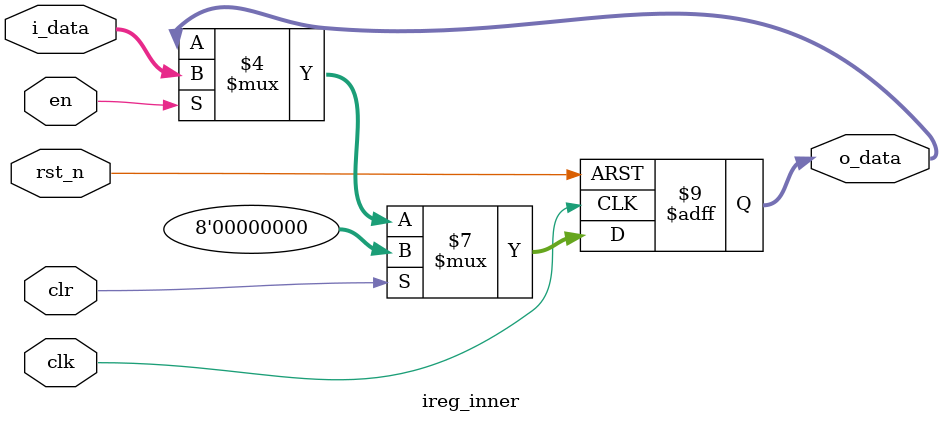
<source format=sv>
`ifndef _ireg_inner_
`define _ireg_inner_

module ireg_inner #(
    parameter WIDTH=8
) (
    input logic clk,
    input logic rst_n,
    input logic en,
    input logic clr,
    input logic signed [WIDTH-1 : 0] i_data,
    output logic signed [WIDTH-1 : 0] o_data
);

    // this module is the horizontal buffer for control and data signals
    always_ff @(posedge clk or negedge rst_n) begin : ireg_inner
        if (~rst_n) begin
            o_data <= 0;
        end else begin
            if (clr) begin
                o_data <= 0;
            end else begin
                if (en) begin
                    o_data <= i_data;
                end else begin
                    o_data <= o_data;
                end
            end
        end
    end

endmodule

`endif
</source>
